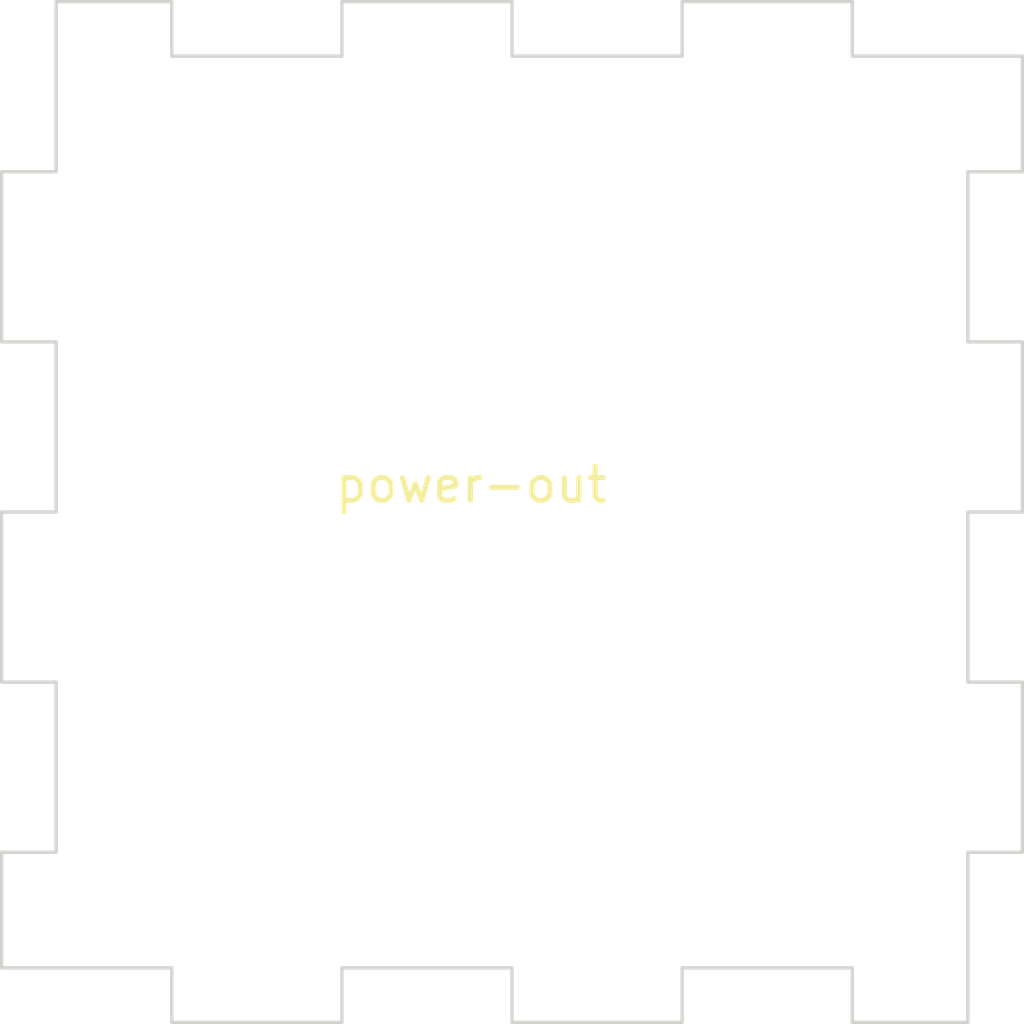
<source format=kicad_pcb>
(kicad_pcb (version 20171130) (host pcbnew 5.1.9)

  (general
    (thickness 1.6)
    (drawings 52)
    (tracks 0)
    (zones 0)
    (modules 0)
    (nets 1)
  )

  (page A4)
  (layers
    (0 F.Cu signal)
    (31 B.Cu signal)
    (32 B.Adhes user)
    (33 F.Adhes user)
    (34 B.Paste user)
    (35 F.Paste user)
    (36 B.SilkS user)
    (37 F.SilkS user)
    (38 B.Mask user)
    (39 F.Mask user)
    (40 Dwgs.User user)
    (41 Cmts.User user)
    (42 Eco1.User user)
    (43 Eco2.User user)
    (44 Edge.Cuts user)
    (45 Margin user)
    (46 B.CrtYd user)
    (47 F.CrtYd user)
    (48 B.Fab user)
    (49 F.Fab user)
  )

  (setup
    (last_trace_width 0.25)
    (trace_clearance 0.2)
    (zone_clearance 0.508)
    (zone_45_only no)
    (trace_min 0.2)
    (via_size 0.8)
    (via_drill 0.4)
    (via_min_size 0.4)
    (via_min_drill 0.3)
    (uvia_size 0.3)
    (uvia_drill 0.1)
    (uvias_allowed no)
    (uvia_min_size 0.2)
    (uvia_min_drill 0.1)
    (edge_width 0.1)
    (segment_width 0.2)
    (pcb_text_width 0.3)
    (pcb_text_size 1.5 1.5)
    (mod_edge_width 0.15)
    (mod_text_size 1 1)
    (mod_text_width 0.15)
    (pad_size 1.524 1.524)
    (pad_drill 0.762)
    (pad_to_mask_clearance 0)
    (aux_axis_origin 0 0)
    (visible_elements FFFFFF7F)
    (pcbplotparams
      (layerselection 0x010fc_ffffffff)
      (usegerberextensions false)
      (usegerberattributes true)
      (usegerberadvancedattributes true)
      (creategerberjobfile true)
      (excludeedgelayer true)
      (linewidth 0.100000)
      (plotframeref false)
      (viasonmask false)
      (mode 1)
      (useauxorigin false)
      (hpglpennumber 1)
      (hpglpenspeed 20)
      (hpglpendiameter 15.000000)
      (psnegative false)
      (psa4output false)
      (plotreference true)
      (plotvalue true)
      (plotinvisibletext false)
      (padsonsilk false)
      (subtractmaskfromsilk false)
      (outputformat 1)
      (mirror false)
      (drillshape 1)
      (scaleselection 1)
      (outputdirectory ""))
  )

  (net 0 "")

  (net_class Default "This is the default net class."
    (clearance 0.2)
    (trace_width 0.25)
    (via_dia 0.8)
    (via_drill 0.4)
    (uvia_dia 0.3)
    (uvia_drill 0.1)
  )

  (gr_line (start 173.2 88.8) (end 171.6 88.8) (layer Edge.Cuts) (width 0.1) (tstamp 6044A113))
  (gr_line (start 171.6 93.8) (end 171.6 88.8) (layer Edge.Cuts) (width 0.1) (tstamp 6044A110))
  (gr_line (start 168.2 83.8) (end 163.2 83.8) (layer Edge.Cuts) (width 0.1) (tstamp 6044A0C5))
  (gr_line (start 148.2 83.8) (end 144.8 83.8) (layer Edge.Cuts) (width 0.1) (tstamp 6044A0C4))
  (gr_line (start 158.2 85.4) (end 158.2 83.8) (layer Edge.Cuts) (width 0.1) (tstamp 6044A0C3))
  (gr_line (start 168.2 85.4) (end 168.2 83.8) (layer Edge.Cuts) (width 0.1) (tstamp 6044A0C2))
  (gr_line (start 163.2 85.4) (end 158.2 85.4) (layer Edge.Cuts) (width 0.1) (tstamp 6044A0C1))
  (gr_line (start 153.2 85.4) (end 148.2 85.4) (layer Edge.Cuts) (width 0.1) (tstamp 6044A0C0))
  (gr_line (start 148.2 85.4) (end 148.2 83.8) (layer Edge.Cuts) (width 0.1) (tstamp 6044A0BF))
  (gr_line (start 173.2 85.4) (end 168.2 85.4) (layer Edge.Cuts) (width 0.1) (tstamp 6044A0BE))
  (gr_line (start 153.2 83.8) (end 153.2 85.4) (layer Edge.Cuts) (width 0.1) (tstamp 6044A0BC))
  (gr_line (start 144.8 83.8) (end 144.8 83.8) (layer Edge.Cuts) (width 0.1) (tstamp 6044A0BB))
  (gr_line (start 173.2 88.8) (end 173.2 85.4) (layer Edge.Cuts) (width 0.1) (tstamp 6044A0BA))
  (gr_line (start 158.2 83.8) (end 153.2 83.8) (layer Edge.Cuts) (width 0.1) (tstamp 6044A0B9))
  (gr_line (start 173.2 85.4) (end 173.2 85.4) (layer Edge.Cuts) (width 0.1) (tstamp 6044A0B8))
  (gr_line (start 163.2 83.8) (end 163.2 85.4) (layer Edge.Cuts) (width 0.1) (tstamp 6044A0B7))
  (gr_line (start 173.2 93.8) (end 171.6 93.8) (layer Edge.Cuts) (width 0.1) (tstamp 6044A06A))
  (gr_line (start 173.2 103.8) (end 171.6 103.8) (layer Edge.Cuts) (width 0.1) (tstamp 6044A067))
  (gr_line (start 173.2 108.8) (end 173.2 103.8) (layer Edge.Cuts) (width 0.1) (tstamp 6044A066))
  (gr_line (start 171.6 103.8) (end 171.6 98.8) (layer Edge.Cuts) (width 0.1) (tstamp 6044A064))
  (gr_line (start 171.6 98.8) (end 173.2 98.8) (layer Edge.Cuts) (width 0.1) (tstamp 6044A063))
  (gr_line (start 171.6 113.8) (end 171.6 108.8) (layer Edge.Cuts) (width 0.1) (tstamp 6044A061))
  (gr_line (start 171.6 108.8) (end 173.2 108.8) (layer Edge.Cuts) (width 0.1) (tstamp 6044A05E))
  (gr_line (start 173.2 98.8) (end 173.2 93.8) (layer Edge.Cuts) (width 0.1) (tstamp 6044A05C))
  (gr_line (start 143.2 112.2) (end 148.2 112.2) (layer Edge.Cuts) (width 0.1) (tstamp 6044A015))
  (gr_line (start 143.2 108.8) (end 143.2 112.2) (layer Edge.Cuts) (width 0.1) (tstamp 60449F78))
  (gr_line (start 144.8 103.8) (end 144.8 108.8) (layer Edge.Cuts) (width 0.1) (tstamp 60449F65))
  (gr_line (start 143.2 108.8) (end 144.8 108.8) (layer Edge.Cuts) (width 0.1) (tstamp 60449F55))
  (gr_line (start 144.8 83.8) (end 144.8 88.8) (layer Edge.Cuts) (width 0.1) (tstamp 60449EE4))
  (gr_line (start 163.2 112.2) (end 168.2 112.2) (layer Edge.Cuts) (width 0.1) (tstamp 60449EA2))
  (gr_line (start 163.2 113.8) (end 163.2 112.2) (layer Edge.Cuts) (width 0.1) (tstamp 60449EA1))
  (gr_line (start 143.2 98.8) (end 143.2 103.8) (layer Edge.Cuts) (width 0.1) (tstamp 60449E95))
  (gr_line (start 143.2 103.8) (end 144.8 103.8) (layer Edge.Cuts) (width 0.1) (tstamp 60449E94))
  (gr_line (start 144.8 85.4) (end 171.6 85.4) (layer Dwgs.User) (width 0.15) (tstamp 60449E90))
  (gr_line (start 171.6 85.4) (end 171.6 112.2) (layer Dwgs.User) (width 0.15) (tstamp 60449E8F))
  (gr_line (start 171.6 112.2) (end 144.8 112.2) (layer Dwgs.User) (width 0.15) (tstamp 60449E8E))
  (gr_line (start 144.8 112.2) (end 144.8 85.4) (layer Dwgs.User) (width 0.15) (tstamp 60449E8D))
  (gr_line (start 171.6 113.8) (end 171.6 113.8) (layer Edge.Cuts) (width 0.1) (tstamp 60449E8C))
  (gr_line (start 148.2 112.2) (end 148.2 113.8) (layer Edge.Cuts) (width 0.1) (tstamp 60449E8B))
  (gr_line (start 168.2 112.2) (end 168.2 113.8) (layer Edge.Cuts) (width 0.1) (tstamp 60449E8A))
  (gr_line (start 158.2 113.8) (end 163.2 113.8) (layer Edge.Cuts) (width 0.1) (tstamp 60449E89))
  (gr_line (start 143.2 88.8) (end 143.2 93.8) (layer Edge.Cuts) (width 0.1) (tstamp 60449E80))
  (gr_line (start 144.8 98.8) (end 143.2 98.8) (layer Edge.Cuts) (width 0.1) (tstamp 60449E7F))
  (gr_line (start 143.2 93.8) (end 144.8 93.8) (layer Edge.Cuts) (width 0.1) (tstamp 60449E7E))
  (gr_line (start 143.2 88.8) (end 144.8 88.8) (layer Edge.Cuts) (width 0.1) (tstamp 60449E7D))
  (gr_line (start 144.8 93.8) (end 144.8 98.8) (layer Edge.Cuts) (width 0.1) (tstamp 60449E7C))
  (gr_line (start 158.2 112.2) (end 158.2 113.8) (layer Edge.Cuts) (width 0.1) (tstamp 60449E77))
  (gr_text power-out (at 157 98) (layer F.SilkS) (tstamp 60449E76)
    (effects (font (size 1 1) (thickness 0.15)))
  )
  (gr_line (start 153.2 112.2) (end 158.2 112.2) (layer Edge.Cuts) (width 0.1) (tstamp 60449E75))
  (gr_line (start 168.2 113.8) (end 171.6 113.8) (layer Edge.Cuts) (width 0.1) (tstamp 60449E73))
  (gr_line (start 153.2 113.8) (end 153.2 112.2) (layer Edge.Cuts) (width 0.1) (tstamp 60449E72))
  (gr_line (start 148.2 113.8) (end 153.2 113.8) (layer Edge.Cuts) (width 0.1) (tstamp 60449E71))

)

</source>
